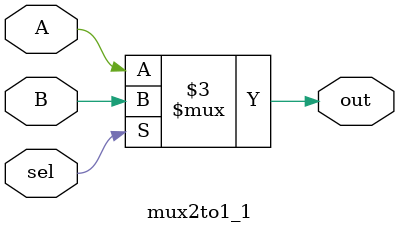
<source format=v>
`timescale 1ns / 1ps


module mux2to1_8(out_8, A, B, sel);
    output [8:0] out_8;
    input [8:0] A;
    input [8:0] B;
    input sel;
    
    reg [8:0] out_8 = 0;
    always @ (sel or A or B)
        begin
            if (sel)
                out_8 = B;
            else 
                out_8 = A;
        end
         
endmodule


module mux2to1_1(out, A, B, sel);
    output out;
    input A;
    input B;
    input sel;
    
    reg out;
    always @ (sel or A or B)
        begin
            if (sel)
                out <= B;
            else 
                out <= A;
        end
         
endmodule

</source>
